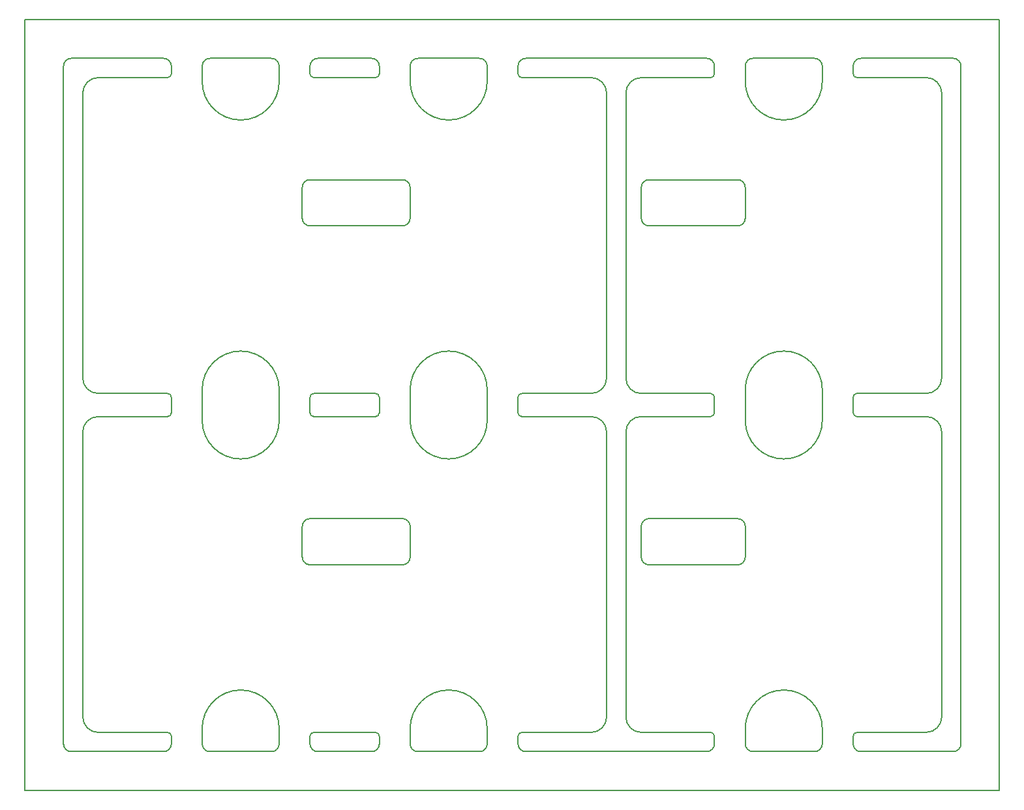
<source format=gm1>
G04 #@! TF.GenerationSoftware,KiCad,Pcbnew,(7.0.0)*
G04 #@! TF.CreationDate,2023-04-30T09:27:40+02:00*
G04 #@! TF.ProjectId,IKEA_Button2,494b4541-5f42-4757-9474-6f6e322e6b69,rev?*
G04 #@! TF.SameCoordinates,Original*
G04 #@! TF.FileFunction,Profile,NP*
%FSLAX46Y46*%
G04 Gerber Fmt 4.6, Leading zero omitted, Abs format (unit mm)*
G04 Created by KiCad (PCBNEW (7.0.0)) date 2023-04-30 09:27:40*
%MOMM*%
%LPD*%
G01*
G04 APERTURE LIST*
G04 #@! TA.AperFunction,Profile*
%ADD10C,0.150000*%
G04 #@! TD*
G04 APERTURE END LIST*
D10*
X77002100Y-106997900D02*
X77000000Y-106000000D01*
X59000000Y-106000000D02*
X59002100Y-106997900D01*
X63000000Y-105500000D02*
X63002100Y-106997900D01*
X73000000Y-105500000D02*
X73002100Y-106997900D01*
X77500000Y-105500000D02*
X86500000Y-105500000D01*
X88500000Y-66500000D02*
G75*
G03*
X86500000Y-64500000I-2000000J0D01*
G01*
X58500000Y-64500000D02*
X50500000Y-64500000D01*
X63000000Y-65000000D02*
G75*
G03*
X73000000Y-65000000I5000000J0D01*
G01*
X50000000Y-77750000D02*
X62000000Y-77750000D01*
X62000000Y-83750000D02*
X50000000Y-83750000D01*
X58500000Y-64500000D02*
G75*
G03*
X58997900Y-64002100I0J497900D01*
G01*
X77500000Y-105500000D02*
G75*
G03*
X77000000Y-106000000I0J-500000D01*
G01*
X77000000Y-64000000D02*
G75*
G03*
X77500000Y-64500000I500000J0D01*
G01*
X88500000Y-66500000D02*
X88500000Y-103500000D01*
X73000000Y-105000000D02*
G75*
G03*
X63000000Y-105000000I-5000000J0D01*
G01*
X59000000Y-106000000D02*
G75*
G03*
X58500000Y-105500000I-500000J0D01*
G01*
X86499532Y-64502100D02*
X77500000Y-64502100D01*
X73000000Y-65000000D02*
X73000000Y-64500000D01*
X63000000Y-64500000D02*
X63000000Y-65000000D01*
X63000000Y-78750000D02*
X63000000Y-82750000D01*
X63000000Y-105500000D02*
X63000000Y-105000000D01*
X73000000Y-105000000D02*
X73000000Y-105500000D01*
X86500000Y-105500000D02*
G75*
G03*
X88500000Y-103500000I0J2000000D01*
G01*
X62000000Y-83750000D02*
G75*
G03*
X63000000Y-82750000I0J1000000D01*
G01*
X63000000Y-78750000D02*
G75*
G03*
X62000000Y-77750000I-1000000J0D01*
G01*
X120500000Y-20000000D02*
G75*
G03*
X121000000Y-20500000I500000J0D01*
G01*
X116500000Y-105000000D02*
G75*
G03*
X106500000Y-105000000I-5000000J0D01*
G01*
X63000000Y-20500000D02*
X63000000Y-21000000D01*
X36000000Y-21000000D02*
X36000000Y-20500000D01*
X77000000Y-20000000D02*
X77000000Y-19000000D01*
X133500000Y-108000000D02*
G75*
G03*
X134500000Y-107000000I0J1000000D01*
G01*
X50000400Y-106997900D02*
G75*
G03*
X51000468Y-107997900I1000100J100D01*
G01*
X32002100Y-61997900D02*
X32000000Y-64000000D01*
X105500000Y-83750000D02*
X94000000Y-83750000D01*
X18000000Y-107000000D02*
G75*
G03*
X19000000Y-108000000I1000000J0D01*
G01*
X106500000Y-61500000D02*
X106500000Y-61000000D01*
X58500000Y-20500000D02*
G75*
G03*
X58997900Y-20002100I0J497900D01*
G01*
X91000000Y-103500000D02*
G75*
G03*
X93000000Y-105500000I2000000J0D01*
G01*
X106500000Y-34750000D02*
G75*
G03*
X105500000Y-33750000I-1000000J0D01*
G01*
X37000000Y-18000000D02*
X45000000Y-18000000D01*
X116500000Y-105500000D02*
X116500468Y-106997900D01*
X73000000Y-19000000D02*
G75*
G03*
X72000000Y-18000000I-1000000J0D01*
G01*
X31500000Y-20500000D02*
X22500000Y-20500000D01*
X73000000Y-61000000D02*
X73000000Y-61500000D01*
X58002100Y-107997900D02*
G75*
G03*
X59002100Y-106997900I0J1000000D01*
G01*
X50002100Y-106997900D02*
X50002100Y-105997900D01*
X91000000Y-59500000D02*
X91000000Y-39750000D01*
X106500000Y-21000000D02*
G75*
G03*
X116500000Y-21000000I5000000J0D01*
G01*
X73000000Y-19000000D02*
X73000000Y-20500000D01*
X77002100Y-106997900D02*
G75*
G03*
X78002100Y-107997900I1000000J0D01*
G01*
X106500000Y-61500000D02*
X106500000Y-64500000D01*
X130000000Y-105500000D02*
G75*
G03*
X132000000Y-103500000I0J2000000D01*
G01*
X107500000Y-18000000D02*
X115500000Y-18000000D01*
X105500000Y-39750000D02*
G75*
G03*
X106500000Y-38750000I0J1000000D01*
G01*
X102000000Y-61500000D02*
X93000000Y-61500000D01*
X73000000Y-61500000D02*
X73000000Y-64500000D01*
X46000000Y-20500000D02*
X46000000Y-21000000D01*
X106500000Y-19000000D02*
X106500000Y-20500000D01*
X105500000Y-39750000D02*
X94000000Y-39750000D01*
X116500000Y-61500000D02*
X116500000Y-64500000D01*
X46000000Y-20500000D02*
X46000000Y-19000000D01*
X94000000Y-33750000D02*
X105500000Y-33750000D01*
X46000000Y-61000000D02*
G75*
G03*
X36000000Y-61000000I-5000000J0D01*
G01*
X93000000Y-78750000D02*
X93000000Y-82750000D01*
X50000000Y-77750000D02*
G75*
G03*
X49000000Y-78750000I0J-1000000D01*
G01*
X50000000Y-20000000D02*
G75*
G03*
X50500000Y-20500000I500000J0D01*
G01*
X31500000Y-20500000D02*
G75*
G03*
X32000000Y-20000000I0J500000D01*
G01*
X102000000Y-20500000D02*
X93000000Y-20500000D01*
X49000000Y-78750000D02*
X49000000Y-82750000D01*
X106500000Y-105500000D02*
X106500000Y-105000000D01*
X77500000Y-61500000D02*
X86500000Y-61500000D01*
X129999532Y-64502100D02*
X121000000Y-64502100D01*
X18000000Y-107000000D02*
X18000000Y-19000000D01*
X58500000Y-20500000D02*
X50500000Y-20500000D01*
X102500000Y-62000000D02*
G75*
G03*
X102000000Y-61500000I-500000J0D01*
G01*
X36000000Y-65000000D02*
X36000000Y-64500000D01*
X22500468Y-61497900D02*
X31500000Y-61497900D01*
X31000000Y-108000000D02*
X19000000Y-108000000D01*
X121000000Y-105500000D02*
G75*
G03*
X120500000Y-106000000I0J-500000D01*
G01*
X102500000Y-62000000D02*
X102497900Y-64002100D01*
X36000000Y-61000000D02*
X36000000Y-61500000D01*
X73000000Y-21000000D02*
X73000000Y-20500000D01*
X93000000Y-38750000D02*
G75*
G03*
X94000000Y-39750000I1000000J0D01*
G01*
X46000000Y-105000000D02*
G75*
G03*
X36000000Y-105000000I-5000000J0D01*
G01*
X132000000Y-66500000D02*
G75*
G03*
X130000000Y-64500000I-2000000J0D01*
G01*
X129999532Y-20502100D02*
X121000000Y-20502100D01*
X20500000Y-59500000D02*
G75*
G03*
X22500000Y-61500000I2000000J0D01*
G01*
X51000000Y-18000000D02*
G75*
G03*
X50000000Y-19000000I0J-1000000D01*
G01*
X46002100Y-106997900D02*
X46002100Y-105497900D01*
X63002100Y-106997900D02*
G75*
G03*
X64002100Y-107997900I1000000J0D01*
G01*
X106500000Y-20500000D02*
X106500000Y-21000000D01*
X59000000Y-62000000D02*
G75*
G03*
X58500000Y-61500000I-500000J0D01*
G01*
X46000000Y-105500000D02*
X46000000Y-105000000D01*
X116500000Y-21000000D02*
X116500000Y-20500000D01*
X93000000Y-20500000D02*
G75*
G03*
X91000000Y-22500000I0J-2000000D01*
G01*
X36000400Y-106997900D02*
G75*
G03*
X37000468Y-107997900I1000100J100D01*
G01*
X102000000Y-105500000D02*
X93000000Y-105500000D01*
X121502100Y-107997900D02*
X133500000Y-108000000D01*
X120500000Y-64000000D02*
G75*
G03*
X121000000Y-64500000I500000J0D01*
G01*
X88500000Y-22500000D02*
G75*
G03*
X86500000Y-20500000I-2000000J0D01*
G01*
X86500000Y-61500000D02*
G75*
G03*
X88500000Y-59500000I0J2000000D01*
G01*
X32000000Y-19000000D02*
G75*
G03*
X31000000Y-18000000I-1000000J0D01*
G01*
X121000000Y-105500000D02*
X130000000Y-105500000D01*
X91000000Y-22500000D02*
X91000000Y-39750000D01*
X63000000Y-21000000D02*
G75*
G03*
X73000000Y-21000000I5000000J0D01*
G01*
X106500000Y-105500000D02*
X106500468Y-106997900D01*
X32000000Y-106000000D02*
G75*
G03*
X31500000Y-105500000I-500000J0D01*
G01*
X77500000Y-61500000D02*
G75*
G03*
X77000000Y-62000000I0J-500000D01*
G01*
X59000000Y-19000000D02*
X59000000Y-20000000D01*
X101502100Y-107997900D02*
G75*
G03*
X102502100Y-106997900I0J1000000D01*
G01*
X72002100Y-107997900D02*
G75*
G03*
X73002100Y-106997900I0J1000000D01*
G01*
X37000000Y-18000000D02*
G75*
G03*
X36000000Y-19000000I0J-1000000D01*
G01*
X64002100Y-107997900D02*
X72002100Y-107997900D01*
X63000000Y-61500000D02*
X63000000Y-64500000D01*
X120502100Y-106997900D02*
G75*
G03*
X121502100Y-107997900I1000000J0D01*
G01*
X31500000Y-64500000D02*
X22500000Y-64500000D01*
X63000000Y-34750000D02*
G75*
G03*
X62000000Y-33750000I-1000000J0D01*
G01*
X102000000Y-64500000D02*
X93000000Y-64500000D01*
X32002100Y-105997900D02*
X32002100Y-106997900D01*
X49000000Y-38750000D02*
G75*
G03*
X50000000Y-39750000I1000000J0D01*
G01*
X45000468Y-107997968D02*
G75*
G03*
X46000468Y-106997900I-68J1000068D01*
G01*
X116500000Y-105000000D02*
X116500000Y-105500000D01*
X51000000Y-18000000D02*
X58000000Y-18000000D01*
X50000000Y-33750000D02*
G75*
G03*
X49000000Y-34750000I0J-1000000D01*
G01*
X50000000Y-20000000D02*
X50000000Y-19000000D01*
X91000000Y-66500000D02*
X91000000Y-83750000D01*
X94000000Y-77750000D02*
X105500000Y-77750000D01*
X106500000Y-78750000D02*
X106500000Y-82750000D01*
X102000000Y-20500000D02*
G75*
G03*
X102497900Y-20002100I0J497900D01*
G01*
X121000000Y-61500000D02*
G75*
G03*
X120500000Y-62000000I0J-500000D01*
G01*
X49000000Y-34750000D02*
X49000000Y-38750000D01*
X139500000Y-113000000D02*
X139500000Y-13000000D01*
X77000000Y-64000000D02*
X77000000Y-62000000D01*
X32000000Y-19000000D02*
X32000000Y-20000000D01*
X22500468Y-105497900D02*
X31500000Y-105497900D01*
X115502100Y-107997900D02*
G75*
G03*
X116502100Y-106997900I0J1000000D01*
G01*
X13000000Y-113000000D02*
X139500000Y-113000000D01*
X36000000Y-64500000D02*
X36002100Y-61497900D01*
X46000000Y-19000000D02*
G75*
G03*
X45000000Y-18000000I-1000000J0D01*
G01*
X107502100Y-107997900D02*
X115502100Y-107997900D01*
X49000000Y-82750000D02*
G75*
G03*
X50000000Y-83750000I1000000J0D01*
G01*
X31000468Y-107997968D02*
G75*
G03*
X32000468Y-106997900I-68J1000068D01*
G01*
X50500000Y-105500000D02*
G75*
G03*
X50002100Y-105997900I0J-497900D01*
G01*
X107500000Y-18000000D02*
G75*
G03*
X106500000Y-19000000I0J-1000000D01*
G01*
X46000000Y-64500000D02*
X46000000Y-65000000D01*
X20500000Y-103500000D02*
G75*
G03*
X22500000Y-105500000I2000000J0D01*
G01*
X78000000Y-18000000D02*
X101500000Y-18000000D01*
X120500000Y-64000000D02*
X120500000Y-62000000D01*
X130000000Y-61500000D02*
G75*
G03*
X132000000Y-59500000I0J2000000D01*
G01*
X22500000Y-20500000D02*
G75*
G03*
X20500000Y-22500000I0J-2000000D01*
G01*
X78002100Y-107997900D02*
X101502100Y-107997900D01*
X94000000Y-33750000D02*
G75*
G03*
X93000000Y-34750000I0J-1000000D01*
G01*
X88500000Y-22500000D02*
X88500000Y-59500000D01*
X50500000Y-61500000D02*
G75*
G03*
X50002100Y-61997900I0J-497900D01*
G01*
X102500000Y-106000000D02*
G75*
G03*
X102000000Y-105500000I-500000J0D01*
G01*
X120500000Y-20000000D02*
X120500000Y-19000000D01*
X64000000Y-18000000D02*
G75*
G03*
X63000000Y-19000000I0J-1000000D01*
G01*
X22500000Y-64500000D02*
G75*
G03*
X20500000Y-66500000I0J-2000000D01*
G01*
X59000000Y-19000000D02*
G75*
G03*
X58000000Y-18000000I-1000000J0D01*
G01*
X106502100Y-106997900D02*
G75*
G03*
X107502100Y-107997900I1000000J0D01*
G01*
X102500000Y-19000000D02*
G75*
G03*
X101500000Y-18000000I-1000000J0D01*
G01*
X62000000Y-39750000D02*
X50000000Y-39750000D01*
X91000000Y-103500000D02*
X91000000Y-83750000D01*
X120500000Y-107000000D02*
X120500000Y-106000000D01*
X134500000Y-107000000D02*
X134500000Y-19000000D01*
X93000000Y-64500000D02*
G75*
G03*
X91000000Y-66500000I0J-2000000D01*
G01*
X78000000Y-18000000D02*
G75*
G03*
X77000000Y-19000000I0J-1000000D01*
G01*
X46002100Y-64500000D02*
X46002100Y-61497900D01*
X31500000Y-64500000D02*
G75*
G03*
X32000000Y-64000000I0J500000D01*
G01*
X19000000Y-18000000D02*
G75*
G03*
X18000000Y-19000000I0J-1000000D01*
G01*
X94000000Y-77750000D02*
G75*
G03*
X93000000Y-78750000I0J-1000000D01*
G01*
X132000000Y-66500000D02*
X132000000Y-103500000D01*
X45000468Y-107997900D02*
X37000468Y-107997900D01*
X20500000Y-103500000D02*
X20500000Y-66500000D01*
X50500000Y-61500000D02*
X58500000Y-61500000D01*
X50500000Y-105500000D02*
X58500000Y-105500000D01*
X63000000Y-19000000D02*
X63000000Y-20500000D01*
X121500000Y-18000000D02*
G75*
G03*
X120500000Y-19000000I0J-1000000D01*
G01*
X93000000Y-82750000D02*
G75*
G03*
X94000000Y-83750000I1000000J0D01*
G01*
X86499532Y-20502100D02*
X77500000Y-20502100D01*
X46000000Y-61500000D02*
X46000000Y-61000000D01*
X64000000Y-18000000D02*
X72000000Y-18000000D01*
X36000000Y-21000000D02*
G75*
G03*
X46000000Y-21000000I5000000J0D01*
G01*
X50000000Y-64000000D02*
X50002100Y-61997900D01*
X50000000Y-33750000D02*
X62000000Y-33750000D01*
X36000000Y-20500000D02*
X36000000Y-19000000D01*
X132000000Y-22500000D02*
X132000000Y-59500000D01*
X116500000Y-19000000D02*
G75*
G03*
X115500000Y-18000000I-1000000J0D01*
G01*
X91000000Y-59500000D02*
G75*
G03*
X93000000Y-61500000I2000000J0D01*
G01*
X134500000Y-19000000D02*
G75*
G03*
X133500000Y-18000000I-1000000J0D01*
G01*
X121500000Y-18000000D02*
X133500000Y-18000000D01*
X32000000Y-62000000D02*
G75*
G03*
X31500000Y-61500000I-500000J0D01*
G01*
X116500000Y-61000000D02*
X116500000Y-61500000D01*
X36000000Y-105000000D02*
X36000000Y-105500000D01*
X19000000Y-18000000D02*
X31000000Y-18000000D01*
X50000000Y-64000000D02*
G75*
G03*
X50500000Y-64500000I500000J0D01*
G01*
X116500000Y-19000000D02*
X116500000Y-20500000D01*
X77000000Y-20000000D02*
G75*
G03*
X77500000Y-20500000I500000J0D01*
G01*
X102500000Y-19000000D02*
X102500000Y-20000000D01*
X102500000Y-106000000D02*
X102500468Y-106997900D01*
X62000000Y-39750000D02*
G75*
G03*
X63000000Y-38750000I0J1000000D01*
G01*
X116500000Y-65000000D02*
X116500000Y-64500000D01*
X106500000Y-65000000D02*
G75*
G03*
X116500000Y-65000000I5000000J0D01*
G01*
X106500000Y-64500000D02*
X106500000Y-65000000D01*
X13000000Y-113000000D02*
X13000000Y-13000000D01*
X121000000Y-61500000D02*
X130000000Y-61500000D01*
X93000000Y-34750000D02*
X93000000Y-38750000D01*
X116500000Y-61000000D02*
G75*
G03*
X106500000Y-61000000I-5000000J0D01*
G01*
X106500000Y-34750000D02*
X106500000Y-38750000D01*
X105500000Y-83750000D02*
G75*
G03*
X106500000Y-82750000I0J1000000D01*
G01*
X73000000Y-61000000D02*
G75*
G03*
X63000000Y-61000000I-5000000J0D01*
G01*
X63000000Y-34750000D02*
X63000000Y-38750000D01*
X59000000Y-62000000D02*
X58997900Y-64002100D01*
X102000000Y-64500000D02*
G75*
G03*
X102497900Y-64002100I0J497900D01*
G01*
X132000000Y-22500000D02*
G75*
G03*
X130000000Y-20500000I-2000000J0D01*
G01*
X36000000Y-65000000D02*
G75*
G03*
X46000000Y-65000000I5000000J0D01*
G01*
X63000000Y-61500000D02*
X63000000Y-61000000D01*
X106500000Y-78750000D02*
G75*
G03*
X105500000Y-77750000I-1000000J0D01*
G01*
X51000468Y-107997900D02*
X58002100Y-107997900D01*
X20500000Y-59500000D02*
X20500000Y-22500000D01*
X13000000Y-13000000D02*
X139500000Y-13000000D01*
X36002100Y-106997900D02*
X36002100Y-105497900D01*
M02*

</source>
